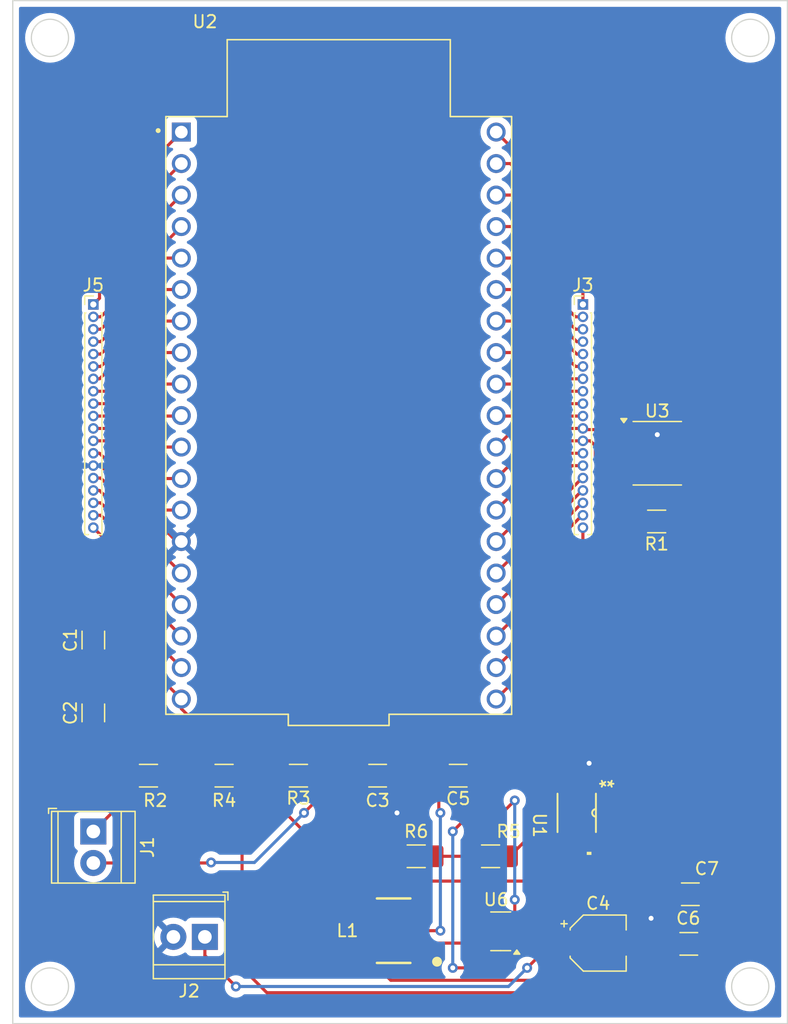
<source format=kicad_pcb>
(kicad_pcb (version 20240108) (generator "pcbnew") (generator_version "8.0")
  (layers (0 "F.Cu" signal) (31 "B.Cu" signal) (34 "B.Paste" user) (35 "F.Paste" user) (36 "B.SilkS" user "B.Silkscreen") (37 "F.SilkS" user "F.Silkscreen") (38 "B.Mask" user) (39 "F.Mask" user) (44 "Edge.Cuts" user))
  (net 0 "")
  (net 1 "/Microcontroller/BUCK_5V")
  (net 2 "GND")
  (net 3 "/Microcontroller/CANH")
  (net 4 "/Microcontroller/CANL")
  (net 5 "Net-(U6-BST)")
  (net 6 "Net-(U6-SW)")
  (net 7 "/Microcontroller/12V_IN")
  (net 8 "Net-(U3-CANH)")
  (net 9 "Net-(U3-CANL)")
  (net 10 "Net-(U6-FB)")
  (net 11 "+5V")
  (net 13 "SDA")
  (net 14 "+5VD")
  (net 15 "SCL")
  (net 16 "Net-(J5-Pin_11)")
  (net 17 "Net-(J3-Pin_19)")
  (net 18 "Net-(J3-Pin_11)")
  (net 19 "Net-(J5-Pin_2)")
  (net 20 "Net-(J3-Pin_17)")
  (net 21 "Net-(J5-Pin_4)")
  (net 22 "Net-(J5-Pin_13)")
  (net 23 "Net-(J3-Pin_1)")
  (net 24 "Net-(J3-Pin_15)")
  (net 25 "Net-(J3-Pin_10)")
  (net 26 "Net-(J5-Pin_3)")
  (net 27 "Net-(J3-Pin_13)")
  (net 28 "Net-(J3-Pin_2)")
  (net 29 "Net-(J5-Pin_18)")
  (net 30 "Net-(J3-Pin_7)")
  (net 31 "Net-(J3-Pin_14)")
  (net 32 "Net-(J5-Pin_6)")
  (net 33 "Net-(J3-Pin_3)")
  (net 34 "Net-(J3-Pin_16)")
  (net 35 "Net-(J3-Pin_12)")
  (net 36 "Net-(J3-Pin_8)")
  (net 37 "Net-(J3-Pin_18)")
  (net 38 "Net-(J5-Pin_12)")
  (net 39 "Net-(J5-Pin_15)")
  (net 40 "Net-(J5-Pin_10)")
  (net 41 "Net-(J3-Pin_4)")
  (net 42 "Net-(J5-Pin_7)")
  (net 43 "Net-(J5-Pin_8)")
  (net 44 "Net-(J5-Pin_17)")
  (net 45 "Net-(J5-Pin_1)")
  (net 46 "Net-(J5-Pin_5)")
  (net 47 "Net-(J5-Pin_9)")
  (net 48 "Net-(J3-Pin_9)")
  (net 49 "Net-(J5-Pin_16)")
  (net 50 "Net-(J3-Pin_5)")
  (net 51 "Net-(J3-Pin_6)")
  (net 53 "/Power_Supply/12V_IN")
  (footprint "Capacitor_SMD:C_1206_3216Metric_Pad1.33x1.80mm_HandSolder" (layer "F.Cu") (at 99.4375 111.5 180)
    (property "Reference" "C5" (at 0 -1.85 0) (layer "F.SilkS"))
    (property "Value" "0.1u")
    (pad "1" smd roundrect (at -1.5625 0 180) (size 1.325 1.8) (layers "F.Cu" "F.Paste" "F.Mask") (roundrect_rratio 0.188679) (net 5 "Net-(U6-BST)"))
    (pad "2" smd roundrect (at 1.5625 0 180) (size 1.325 1.8) (layers "F.Cu" "F.Paste" "F.Mask") (roundrect_rratio 0.188679) (net 6 "Net-(U6-SW)"))
  )
  (footprint "Resistor_SMD:R_1206_3216Metric_Pad1.30x1.75mm_HandSolder" (layer "F.Cu") (at 86.55 111.5 180)
    (property "Reference" "R3" (at 0 -1.82 0) (layer "F.SilkS"))
    (property "Value" "0")
    (pad "1" smd roundrect (at -1.55 0 180) (size 1.3 1.75) (layers "F.Cu" "F.Paste" "F.Mask") (roundrect_rratio 0.192308) (net 4 "/Microcontroller/CANL"))
    (pad "2" smd roundrect (at 1.55 0 180) (size 1.3 1.75) (layers "F.Cu" "F.Paste" "F.Mask") (roundrect_rratio 0.192308) (net 9 "Net-(U3-CANL)"))
  )
  (footprint "Capacitor_SMD:C_1206_3216Metric_Pad1.33x1.80mm_HandSolder" (layer "F.Cu") (at 92.9375 111.5)
    (property "Reference" "C3" (at 0 2 0) (layer "F.SilkS"))
    (property "Value" "30p")
    (pad "1" smd roundrect (at -1.5625 0) (size 1.325 1.8) (layers "F.Cu" "F.Paste" "F.Mask") (roundrect_rratio 0.188679) (net 4 "/Microcontroller/CANL"))
    (pad "2" smd roundrect (at 1.5625 0) (size 1.325 1.8) (layers "F.Cu" "F.Paste" "F.Mask") (roundrect_rratio 0.188679) (net 2 "GND"))
  )
  (footprint "TerminalBlock_TE-Connectivity:TerminalBlock_TE_282834-2_1x02_P2.54mm_Horizontal" (layer "F.Cu") (at 79 124.5 180)
    (property "Reference" "J2" (at 1.27 -4.37 0) (layer "F.SilkS"))
    (property "Value" "Conn_01x02")
    (pad "1" thru_hole rect (at 0 0 180) (size 2.1 2.1) (drill 1.1) (layers "*.Cu" "*.Mask") (net 53 "/Power_Supply/12V_IN"))
    (pad "2" thru_hole circle (at 2.54 0 180) (size 2.1 2.1) (drill 1.1) (layers "*.Cu" "*.Mask") (net 2 "GND"))
  )
  (footprint "Capacitor_SMD:CP_Elec_4x5.4" (layer "F.Cu") (at 110.73 125)
    (property "Reference" "C4" (at 0 -3.2 0) (layer "F.SilkS"))
    (property "Value" "2.2u")
    (pad "1" smd roundrect (at -1.8 0) (size 2.6 1.6) (layers "F.Cu" "F.Paste" "F.Mask") (roundrect_rratio 0.15625) (net 53 "/Power_Supply/12V_IN"))
    (pad "2" smd roundrect (at 1.8 0) (size 2.6 1.6) (layers "F.Cu" "F.Paste" "F.Mask") (roundrect_rratio 0.15625) (net 2 "GND"))
  )
  (footprint "Capacitor_SMD:C_1206_3216Metric_Pad1.33x1.80mm_HandSolder" (layer "F.Cu") (at 118.1675 121.0625 180)
    (property "Reference" "C7" (at -1.3325 2.0625 0) (layer "F.SilkS"))
    (property "Value" "10u")
    (pad "1" smd roundrect (at -1.5625 0 180) (size 1.325 1.8) (layers "F.Cu" "F.Paste" "F.Mask") (roundrect_rratio 0.188679) (net 1 "/Microcontroller/BUCK_5V"))
    (pad "2" smd roundrect (at 1.5625 0 180) (size 1.325 1.8) (layers "F.Cu" "F.Paste" "F.Mask") (roundrect_rratio 0.188679) (net 2 "GND"))
  )
  (footprint "Capacitor_SMD:C_1206_3216Metric_Pad1.33x1.80mm_HandSolder" (layer "F.Cu") (at 118.0425 125.0625 180)
    (property "Reference" "C6" (at 0.0425 2.0625 0) (layer "F.SilkS"))
    (property "Value" "10u")
    (pad "1" smd roundrect (at -1.5625 0 180) (size 1.325 1.8) (layers "F.Cu" "F.Paste" "F.Mask") (roundrect_rratio 0.188679) (net 1 "/Microcontroller/BUCK_5V"))
    (pad "2" smd roundrect (at 1.5625 0 180) (size 1.325 1.8) (layers "F.Cu" "F.Paste" "F.Mask") (roundrect_rratio 0.188679) (net 2 "GND"))
  )
  (footprint "TerminalBlock_TE-Connectivity:TerminalBlock_TE_282834-2_1x02_P2.54mm_Horizontal" (layer "F.Cu") (at 70 116 -90)
    (property "Reference" "J1" (at 1.27 -4.37 90) (layer "F.SilkS"))
    (property "Value" "Conn_01x02_Pin")
    (pad "1" thru_hole rect (at 0 0 270) (size 2.1 2.1) (drill 1.1) (layers "*.Cu" "*.Mask") (net 3 "/Microcontroller/CANH"))
    (pad "2" thru_hole circle (at 2.54 0 270) (size 2.1 2.1) (drill 1.1) (layers "*.Cu" "*.Mask") (net 4 "/Microcontroller/CANL"))
  )
  (footprint "Resistor_SMD:R_1206_3216Metric_Pad1.30x1.75mm_HandSolder" (layer "F.Cu") (at 74.45 111.5)
    (property "Reference" "R2" (at 0.55 2 0) (layer "F.SilkS"))
    (property "Value" "0")
    (pad "1" smd roundrect (at -1.55 0) (size 1.3 1.75) (layers "F.Cu" "F.Paste" "F.Mask") (roundrect_rratio 0.192308) (net 3 "/Microcontroller/CANH"))
    (pad "2" smd roundrect (at 1.55 0) (size 1.3 1.75) (layers "F.Cu" "F.Paste" "F.Mask") (roundrect_rratio 0.192308) (net 8 "Net-(U3-CANH)"))
  )
  (footprint "PROVE:DGS10" (layer "F.Cu") (at 109 114.5 -90)
    (property "Reference" "U1" (at 1 3 -90) (layer "F.SilkS"))
    (property "Value" "INA220 Current Monitor")
    (fp_text user "*" (at -2.3495 -2.4224 -90) (layer "F.SilkS"))
    (fp_text user "*" (at -2.3495 -2.4224 90) (layer "F.SilkS"))
    (pad "1" smd rect (at -2.0955 -1.000001 270) (size 1.5748 0.2794) (layers "F.Cu" "F.Paste" "F.Mask") (net 2 "GND"))
    (pad "2" smd rect (at -2.0955 -0.499999 270) (size 1.5748 0.2794) (layers "F.Cu" "F.Paste" "F.Mask") (net 2 "GND"))
    (pad "3" smd rect (at -2.0955 0 270) (size 1.5748 0.2794) (layers "F.Cu" "F.Paste" "F.Mask"))
    (pad "4" smd rect (at -2.0955 0.499999 270) (size 1.5748 0.2794) (layers "F.Cu" "F.Paste" "F.Mask") (net 13 "SDA"))
    (pad "5" smd rect (at -2.0955 1.000001 270) (size 1.5748 0.2794) (layers "F.Cu" "F.Paste" "F.Mask") (net 15 "SCL"))
    (pad "6" smd rect (at 2.0955 1.000001 270) (size 1.5748 0.2794) (layers "F.Cu" "F.Paste" "F.Mask") (net 11 "+5V"))
    (pad "7" smd rect (at 2.0955 0.499999 270) (size 1.5748 0.2794) (layers "F.Cu" "F.Paste" "F.Mask") (net 2 "GND"))
    (pad "8" smd rect (at 2.0955 0 270) (size 1.5748 0.2794) (layers "F.Cu" "F.Paste" "F.Mask") (net 11 "+5V"))
    (pad "9" smd rect (at 2.0955 -0.499999 270) (size 1.5748 0.2794) (layers "F.Cu" "F.Paste" "F.Mask") (net 14 "+5VD"))
    (pad "10" smd rect (at 2.0955 -1.000001 270) (size 1.5748 0.2794) (layers "F.Cu" "F.Paste" "F.Mask") (net 11 "+5V"))
  )
  (footprint "Resistor_SMD:R_1206_3216Metric_Pad1.30x1.75mm_HandSolder" (layer "F.Cu") (at 102.05 118 180)
    (property "Reference" "R5" (at -1.45 2 0) (layer "F.SilkS"))
    (property "Value" "115k")
    (pad "1" smd roundrect (at -1.55 0 180) (size 1.3 1.75) (layers "F.Cu" "F.Paste" "F.Mask") (roundrect_rratio 0.192308) (net 11 "+5V"))
    (pad "2" smd roundrect (at 1.55 0 180) (size 1.3 1.75) (layers "F.Cu" "F.Paste" "F.Mask") (roundrect_rratio 0.192308) (net 10 "Net-(U6-FB)"))
  )
  (footprint "Capacitor_SMD:C_1206_3216Metric_Pad1.33x1.80mm_HandSolder" (layer "F.Cu") (at 70 100.5625 90)
    (property "Reference" "C1" (at 0 -1.85 90) (layer "F.SilkS"))
    (property "Value" "0.1u")
    (pad "1" smd roundrect (at -1.5625 0 90) (size 1.325 1.8) (layers "F.Cu" "F.Paste" "F.Mask") (roundrect_rratio 0.188679) (net 2 "GND"))
    (pad "2" smd roundrect (at 1.5625 0 90) (size 1.325 1.8) (layers "F.Cu" "F.Paste" "F.Mask") (roundrect_rratio 0.188679) (net 14 "+5VD"))
  )
  (footprint "Resistor_SMD:R_1206_3216Metric_Pad1.30x1.75mm_HandSolder" (layer "F.Cu") (at 80.55 111.5)
    (property "Reference" "R4" (at 0 2 0) (layer "F.SilkS"))
    (property "Value" "120")
    (pad "1" smd roundrect (at -1.55 0) (size 1.3 1.75) (layers "F.Cu" "F.Paste" "F.Mask") (roundrect_rratio 0.192308) (net 8 "Net-(U3-CANH)"))
    (pad "2" smd roundrect (at 1.55 0) (size 1.3 1.75) (layers "F.Cu" "F.Paste" "F.Mask") (roundrect_rratio 0.192308) (net 9 "Net-(U3-CANL)"))
  )
  (footprint "Capacitor_SMD:C_1206_3216Metric_Pad1.33x1.80mm_HandSolder" (layer "F.Cu") (at 70 106.4375 90)
    (property "Reference" "C2" (at 0 -1.85 90) (layer "F.SilkS"))
    (property "Value" "30p")
    (pad "1" smd roundrect (at -1.5625 0 90) (size 1.325 1.8) (layers "F.Cu" "F.Paste" "F.Mask") (roundrect_rratio 0.188679) (net 3 "/Microcontroller/CANH"))
    (pad "2" smd roundrect (at 1.5625 0 90) (size 1.325 1.8) (layers "F.Cu" "F.Paste" "F.Mask") (roundrect_rratio 0.188679) (net 2 "GND"))
  )
  (footprint "Resistor_SMD:R_1206_3216Metric_Pad1.30x1.75mm_HandSolder" (layer "F.Cu") (at 96.05 118 180)
    (property "Reference" "R6" (at 0 2 0) (layer "F.SilkS"))
    (property "Value" "22.1k")
    (pad "1" smd roundrect (at -1.55 0 180) (size 1.3 1.75) (layers "F.Cu" "F.Paste" "F.Mask") (roundrect_rratio 0.192308) (net 10 "Net-(U6-FB)"))
    (pad "2" smd roundrect (at 1.55 0 180) (size 1.3 1.75) (layers "F.Cu" "F.Paste" "F.Mask") (roundrect_rratio 0.192308) (net 2 "GND"))
  )
  (footprint "Resistor_SMD:R_1206_3216Metric_Pad1.30x1.75mm_HandSolder" (layer "F.Cu") (at 115.45 91 180)
    (property "Reference" "R1" (at 0 -1.82 0) (layer "F.SilkS"))
    (property "Value" "30m" (hide yes))
    (pad "1" smd roundrect (at -1.55 0 180) (size 1.3 1.75) (layers "F.Cu" "F.Paste" "F.Mask") (roundrect_rratio 0.192308) (net 11 "+5V"))
    (pad "2" smd roundrect (at 1.55 0 180) (size 1.3 1.75) (layers "F.Cu" "F.Paste" "F.Mask") (roundrect_rratio 0.192308) (net 14 "+5VD"))
  )
  (footprint "Package_TO_SOT_SMD:TSOT-23-6" (layer "F.Cu") (at 102.8675 124.05 180)
    (property "Reference" "U6" (at 0.3675 2.55 0) (layer "F.SilkS"))
    (property "Value" "AP64060WU-7")
    (pad "1" smd roundrect (at -1.1375 -0.95 180) (size 1.325 0.6) (layers "F.Cu" "F.Paste" "F.Mask") (net 5 "Net-(U6-BST)"))
    (pad "2" smd roundrect (at -1.1375 0 180) (size 1.325 0.6) (layers "F.Cu" "F.Paste" "F.Mask") (net 2 "GND"))
    (pad "3" smd roundrect (at -1.1375 0.95 180) (size 1.325 0.6) (layers "F.Cu" "F.Paste" "F.Mask") (net 10 "Net-(U6-FB)"))
    (pad "4" smd roundrect (at 1.1375 0.95 180) (size 1.325 0.6) (layers "F.Cu" "F.Paste" "F.Mask"))
    (pad "5" smd roundrect (at 1.1375 0 180) (size 1.325 0.6) (layers "F.Cu" "F.Paste" "F.Mask") (net 7 "/Microcontroller/12V_IN"))
    (pad "6" smd roundrect (at 1.1375 -0.95 180) (size 1.325 0.6) (layers "F.Cu" "F.Paste" "F.Mask") (net 6 "Net-(U6-SW)"))
  )
  (footprint "PROVE:WE-LQS_5040" (layer "F.Cu") (at 94.23 124)
    (property "Reference" "L1" (at -3.73 0 0) (layer "F.SilkS"))
    (property "Value" "10u")
    (pad "1" smd rect (at 1.925 0) (size 1.55 4.5) (layers "F.Cu" "F.Paste" "F.Mask") (net 6 "Net-(U6-SW)"))
    (pad "2" smd rect (at -1.925 0) (size 1.55 4.5) (layers "F.Cu" "F.Paste" "F.Mask") (net 1 "/Microcontroller/BUCK_5V"))
  )
  (footprint "PROVE:MODULE_ESP32-DEVKITC" (layer "F.Cu") (at 89.8 82.45)
    (property "Reference" "U2" (at -10.795 -31.75 0) (layer "F.SilkS"))
    (property "Value" "ESP32-DEVKIT-C")
    (pad "1" thru_hole rect (at -12.7 -22.85) (size 1.53 1.53) (drill 1.02) (layers "*.Cu" "*.Mask") (net 45 "Net-(J5-Pin_1)"))
    (pad "2" thru_hole circle (at -12.7 -20.31) (size 1.53 1.53) (drill 1.02) (layers "*.Cu" "*.Mask") (net 19 "Net-(J5-Pin_2)"))
    (pad "3" thru_hole circle (at -12.7 -17.77) (size 1.53 1.53) (drill 1.02) (layers "*.Cu" "*.Mask") (net 26 "Net-(J5-Pin_3)"))
    (pad "4" thru_hole circle (at -12.7 -15.23) (size 1.53 1.53) (drill 1.02) (layers "*.Cu" "*.Mask") (net 21 "Net-(J5-Pin_4)"))
    (pad "5" thru_hole circle (at -12.7 -12.69) (size 1.53 1.53) (drill 1.02) (layers "*.Cu" "*.Mask") (net 46 "Net-(J5-Pin_5)"))
    (pad "6" thru_hole circle (at -12.7 -10.15) (size 1.53 1.53) (drill 1.02) (layers "*.Cu" "*.Mask") (net 32 "Net-(J5-Pin_6)"))
    (pad "7" thru_hole circle (at -12.7 -7.61) (size 1.53 1.53) (drill 1.02) (layers "*.Cu" "*.Mask") (net 42 "Net-(J5-Pin_7)"))
    (pad "8" thru_hole circle (at -12.7 -5.07) (size 1.53 1.53) (drill 1.02) (layers "*.Cu" "*.Mask") (net 43 "Net-(J5-Pin_8)"))
    (pad "9" thru_hole circle (at -12.7 -2.53) (size 1.53 1.53) (drill 1.02) (layers "*.Cu" "*.Mask") (net 47 "Net-(J5-Pin_9)"))
    (pad "10" thru_hole circle (at -12.7 0.01) (size 1.53 1.53) (drill 1.02) (layers "*.Cu" "*.Mask") (net 40 "Net-(J5-Pin_10)"))
    (pad "11" thru_hole circle (at -12.7 2.55) (size 1.53 1.53) (drill 1.02) (layers "*.Cu" "*.Mask") (net 16 "Net-(J5-Pin_11)"))
    (pad "12" thru_hole circle (at -12.7 5.09) (size 1.53 1.53) (drill 1.02) (layers "*.Cu" "*.Mask") (net 38 "Net-(J5-Pin_12)"))
    (pad "13" thru_hole circle (at -12.7 7.63) (size 1.53 1.53) (drill 1.02) (layers "*.Cu" "*.Mask") (net 22 "Net-(J5-Pin_13)"))
    (pad "14" thru_hole circle (at -12.7 10.17) (size 1.53 1.53) (drill 1.02) (layers "*.Cu" "*.Mask") (net 2 "GND"))
    (pad "15" thru_hole circle (at -12.7 12.71) (size 1.53 1.53) (drill 1.02) (layers "*.Cu" "*.Mask") (net 39 "Net-(J5-Pin_15)"))
    (pad "16" thru_hole circle (at -12.7 15.25) (size 1.53 1.53) (drill 1.02) (layers "*.Cu" "*.Mask") (net 49 "Net-(J5-Pin_16)"))
    (pad "17" thru_hole circle (at -12.7 17.79) (size 1.53 1.53) (drill 1.02) (layers "*.Cu" "*.Mask") (net 44 "Net-(J5-Pin_17)"))
    (pad "18" thru_hole circle (at -12.7 20.33) (size 1.53 1.53) (drill 1.02) (layers "*.Cu" "*.Mask") (net 29 "Net-(J5-Pin_18)"))
    (pad "19" thru_hole circle (at -12.7 22.87) (size 1.53 1.53) (drill 1.02) (layers "*.Cu" "*.Mask") (net 14 "+5VD"))
    (pad "20" thru_hole circle (at 12.7 22.87) (size 1.53 1.53) (drill 1.02) (layers "*.Cu" "*.Mask") (net 17 "Net-(J3-Pin_19)"))
    (pad "21" thru_hole circle (at 12.7 20.33) (size 1.53 1.53) (drill 1.02) (layers "*.Cu" "*.Mask") (net 37 "Net-(J3-Pin_18)"))
    (pad "22" thru_hole circle (at 12.7 17.79) (size 1.53 1.53) (drill 1.02) (layers "*.Cu" "*.Mask") (net 20 "Net-(J3-Pin_17)"))
    (pad "23" thru_hole circle (at 12.7 15.25) (size 1.53 1.53) (drill 1.02) (layers "*.Cu" "*.Mask") (net 34 "Net-(J3-Pin_16)"))
    (pad "24" thru_hole circle (at 12.7 12.71) (size 1.53 1.53) (drill 1.02) (layers "*.Cu" "*.Mask") (net 24 "Net-(J3-Pin_15)"))
    (pad "25" thru_hole circle (at 12.7 10.17) (size 1.53 1.53) (drill 1.02) (layers "*.Cu" "*.Mask") (net 31 "Net-(J3-Pin_14)"))
    (pad "26" thru_hole circle (at 12.7 7.63) (size 1.53 1.53) (drill 1.02) (layers "*.Cu" "*.Mask") (net 27 "Net-(J3-Pin_13)"))
    (pad "27" thru_hole circle (at 12.7 5.09) (size 1.53 1.53) (drill 1.02) (layers "*.Cu" "*.Mask") (net 35 "Net-(J3-Pin_12)"))
    (pad "28" thru_hole circle (at 12.7 2.55) (size 1.53 1.53) (drill 1.02) (layers "*.Cu" "*.Mask") (net 18 "Net-(J3-Pin_11)"))
    (pad "29" thru_hole circle (at 12.7 0.01) (size 1.53 1.53) (drill 1.02) (layers "*.Cu" "*.Mask") (net 25 "Net-(J3-Pin_10)"))
    (pad "30" thru_hole circle (at 12.7 -2.53) (size 1.53 1.53) (drill 1.02) (layers "*.Cu" "*.Mask") (net 48 "Net-(J3-Pin_9)"))
    (pad "31" thru_hole circle (at 12.7 -5.07) (size 1.53 1.53) (drill 1.02) (layers "*.Cu" "*.Mask") (net 36 "Net-(J3-Pin_8)"))
    (pad "32" thru_hole circle (at 12.7 -7.61) (size 1.53 1.53) (drill 1.02) (layers "*.Cu" "*.Mask") (net 30 "Net-(J3-Pin_7)"))
    (pad "33" thru_hole circle (at 12.7 -10.15) (size 1.53 1.53) (drill 1.02) (layers "*.Cu" "*.Mask") (net 51 "Net-(J3-Pin_6)"))
    (pad "34" thru_hole circle (at 12.7 -12.69) (size 1.53 1.53) (drill 1.02) (layers "*.Cu" "*.Mask") (net 50 "Net-(J3-Pin_5)"))
    (pad "35" thru_hole circle (at 12.7 -15.23) (size 1.53 1.53) (drill 1.02) (layers "*.Cu" "*.Mask") (net 41 "Net-(J3-Pin_4)"))
    (pad "36" thru_hole circle (at 12.7 -17.77) (size 1.53 1.53) (drill 1.02) (layers "*.Cu" "*.Mask") (net 33 "Net-(J3-Pin_3)"))
    (pad "37" thru_hole circle (at 12.7 -20.31) (size 1.53 1.53) (drill 1.02) (layers "*.Cu" "*.Mask") (net 28 "Net-(J3-Pin_2)"))
    (pad "38" thru_hole circle (at 12.7 -22.85) (size 1.53 1.53) (drill 1.02) (layers "*.Cu" "*.Mask") (net 23 "Net-(J3-Pin_1)"))
  )
  (footprint "Connector_PinHeader_1.00mm:PinHeader_1x19_P1.00mm_Vertical" (layer "F.Cu") (at 70 73.5)
    (property "Reference" "J5" (at 0 -1.56 0) (layer "F.SilkS"))
    (property "Value" "Conn_01x19_Socket")
    (pad "1" thru_hole rect (at 0 0) (size 0.85 0.85) (drill 0.5) (layers "*.Cu" "*.Mask") (net 45 "Net-(J5-Pin_1)"))
    (pad "2" thru_hole oval (at 0 1) (size 0.85 0.85) (drill 0.5) (layers "*.Cu" "*.Mask") (net 19 "Net-(J5-Pin_2)"))
    (pad "3" thru_hole oval (at 0 2) (size 0.85 0.85) (drill 0.5) (layers "*.Cu" "*.Mask") (net 26 "Net-(J5-Pin_3)"))
    (pad "4" thru_hole oval (at 0 3) (size 0.85 0.85) (drill 0.5) (layers "*.Cu" "*.Mask") (net 21 "Net-(J5-Pin_4)"))
    (pad "5" thru_hole oval (at 0 4) (size 0.85 0.85) (drill 0.5) (layers "*.Cu" "*.Mask") (net 46 "Net-(J5-Pin_5)"))
    (pad "6" thru_hole oval (at 0 5) (size 0.85 0.85) (drill 0.5) (layers "*.Cu" "*.Mask") (net 32 "Net-(J5-Pin_6)"))
    (pad "7" thru_hole oval (at 0 6) (size 0.85 0.85) (drill 0.5) (layers "*.Cu" "*.Mask") (net 42 "Net-(J5-Pin_7)"))
    (pad "8" thru_hole oval (at 0 7) (size 0.85 0.85) (drill 0.5) (layers "*.Cu" "*.Mask") (net 43 "Net-(J5-Pin_8)"))
    (pad "9" thru_hole oval (at 0 8) (size 0.85 0.85) (drill 0.5) (layers "*.Cu" "*.Mask") (net 47 "Net-(J5-Pin_9)"))
    (pad "10" thru_hole oval (at 0 9) (size 0.85 0.85) (drill 0.5) (layers "*.Cu" "*.Mask") (net 40 "Net-(J5-Pin_10)"))
    (pad "11" thru_hole oval (at 0 10) (size 0.85 0.85) (drill 0.5) (layers "*.Cu" "*.Mask") (net 16 "Net-(J5-Pin_11)"))
    (pad "12" thru_hole oval (at 0 11) (size 0.85 0.85) (drill 0.5) (layers "*.Cu" "*.Mask") (net 38 "Net-(J5-Pin_12)"))
    (pad "13" thru_hole oval (at 0 12) (size 0.85 0.85) (drill 0.5) (layers "*.Cu" "*.Mask") (net 22 "Net-(J5-Pin_13)"))
    (pad "14" thru_hole oval (at 0 13) (size 0.85 0.85) (drill 0.5) (layers "*.Cu" "*.Mask") (net 2 "GND"))
    (pad "15" thru_hole oval (at 0 14) (size 0.85 0.85) (drill 0.5) (layers "*.Cu" "*.Mask") (net 39 "Net-(J5-Pin_15)"))
    (pad "16" thru_hole oval (at 0 15) (size 0.85 0.85) (drill 0.5) (layers "*.Cu" "*.Mask") (net 49 "Net-(J5-Pin_16)"))
    (pad "17" thru_hole oval (at 0 16) (size 0.85 0.85) (drill 0.5) (layers "*.Cu" "*.Mask") (net 44 "Net-(J5-Pin_17)"))
    (pad "18" thru_hole oval (at 0 17) (size 0.85 0.85) (drill 0.5) (layers "*.Cu" "*.Mask") (net 29 "Net-(J5-Pin_18)"))
    (pad "19" thru_hole oval (at 0 18) (size 0.85 0.85) (drill 0.5) (layers "*.Cu" "*.Mask") (net 14 "+5VD"))
  )
  (footprint "Connector_PinHeader_1.00mm:PinHeader_1x19_P1.00mm_Vertical" (layer "F.Cu") (at 109.5 73.5)
    (property "Reference" "J3" (at 0 -1.56 0) (layer "F.SilkS"))
    (property "Value" "Conn_01x19_Socket")
    (pad "1" thru_hole rect (at 0 0) (size 0.85 0.85) (drill 0.5) (layers "*.Cu" "*.Mask") (net 23 "Net-(J3-Pin_1)"))
    (pad "2" thru_hole oval (at 0 1) (size 0.85 0.85) (drill 0.5) (layers "*.Cu" "*.Mask") (net 28 "Net-(J3-Pin_2)"))
    (pad "3" thru_hole oval (at 0 2) (size 0.85 0.85) (drill 0.5) (layers "*.Cu" "*.Mask") (net 33 "Net-(J3-Pin_3)"))
    (pad "4" thru_hole oval (at 0 3) (size 0.85 0.85) (drill 0.5) (layers "*.Cu" "*.Mask") (net 41 "Net-(J3-Pin_4)"))
    (pad "5" thru_hole oval (at 0 4) (size 0.85 0.85) (drill 0.5) (layers "*.Cu" "*.Mask") (net 50 "Net-(J3-Pin_5)"))
    (pad "6" thru_hole oval (at 0 5) (size 0.85 0.85) (drill 0.5) (layers "*.Cu" "*.Mask") (net 51 "Net-(J3-Pin_6)"))
    (pad "7" thru_hole oval (at 0 6) (size 0.85 0.85) (drill 0.5) (layers "*.Cu" "*.Mask") (net 30 "Net-(J3-Pin_7)"))
    (pad "8" thru_hole oval (at 0 7) (size 0.85 0.85) (drill 0.5) (layers "*.Cu" "*.Mask") (net 36 "Net-(J3-Pin_8)"))
    (pad "9" thru_hole oval (at 0 8) (size 0.85 0.85) (drill 0.5) (layers "*.Cu" "*.Mask") (net 48 "Net-(J3-Pin_9)"))
    (pad "10" thru_hole oval (at 0 9) (size 0.85 0.85) (drill 0.5) (layers "*.Cu" "*.Mask") (net 25 "Net-(J3-Pin_10)"))
    (pad "11" thru_hole oval (at 0 10) (size 0.85 0.85) (drill 0.5) (layers "*.Cu" "*.Mask") (net 18 "Net-(J3-Pin_11)"))
    (pad "12" thru_hole oval (at 0 11) (size 0.85 0.85) (drill 0.5) (layers "*.Cu" "*.Mask") (net 35 "Net-(J3-Pin_12)"))
    (pad "13" thru_hole oval (at 0 12) (size 0.85 0.85) (drill 0.5) (layers "*.Cu" "*.Mask") (net 27 "Net-(J3-Pin_13)"))
    (pad "14" thru_hole oval (at 0 13) (size 0.85 0.85) (drill 0.5) (layers "*.Cu" "*.Mask") (net 31 "Net-(J3-Pin_14)"))
    (pad "15" thru_hole oval (at 0 14) (size 0.85 0.85) (drill 0.5) (layers "*.Cu" "*.Mask") (net 24 "Net-(J3-Pin_15)"))
    (pad "16" thru_hole oval (at 0 15) (size 0.85 0.85) (drill 0.5) (layers "*.Cu" "*.Mask") (net 34 "Net-(J3-Pin_16)"))
    (pad "17" thru_hole oval (at 0 16) (size 0.85 0.85) (drill 0.5) (layers "*.Cu" "*.Mask") (net 20 "Net-(J3-Pin_17)"))
    (pad "18" thru_hole oval (at 0 17) (size 0.85 0.85) (drill 0.5) (layers "*.Cu" "*.Mask") (net 37 "Net-(J3-Pin_18)"))
    (pad "19" thru_hole oval (at 0 18) (size 0.85 0.85) (drill 0.5) (layers "*.Cu" "*.Mask") (net 17 "Net-(J3-Pin_19)"))
  )
  (footprint "Package_SO:SOIC-8_3.9x4.9mm_P1.27mm" (layer "F.Cu") (at 115.5 85.5)
    (property "Reference" "U3" (at 0 -3.4 0) (layer "F.SilkS"))
    (property "Value" "TJA1050T/CM,118")
    (pad "1" smd roundrect (at -2.475 -1.905) (size 1.95 0.6) (layers "F.Cu" "F.Paste" "F.Mask") (net 18 "Net-(J3-Pin_11)"))
    (pad "2" smd roundrect (at -2.475 -0.635) (size 1.95 0.6) (layers "F.Cu" "F.Paste" "F.Mask") (net 2 "GND"))
    (pad "3" smd roundrect (at -2.475 0.635) (size 1.95 0.6) (layers "F.Cu" "F.Paste" "F.Mask") (net 14 "+5VD"))
    (pad "4" smd roundrect (at -2.475 1.905) (size 1.95 0.6) (layers "F.Cu" "F.Paste" "F.Mask") (net 35 "Net-(J3-Pin_12)"))
    (pad "5" smd roundrect (at 2.475 1.905) (size 1.95 0.6) (layers "F.Cu" "F.Paste" "F.Mask"))
    (pad "6" smd roundrect (at 2.475 0.635) (size 1.95 0.6) (layers "F.Cu" "F.Paste" "F.Mask") (net 9 "Net-(U3-CANL)"))
    (pad "7" smd roundrect (at 2.475 -0.635) (size 1.95 0.6) (layers "F.Cu" "F.Paste" "F.Mask") (net 8 "Net-(U3-CANH)"))
    (pad "8" smd roundrect (at 2.475 -1.905) (size 1.95 0.6) (layers "F.Cu" "F.Paste" "F.Mask") (net 2 "GND"))
  )
  (gr_circle (center 123 128.5) (end 124.5 128.5) (stroke (width 0.1)) (fill none) (layer "Edge.Cuts"))
  (gr_circle (center 66.5 128.5) (end 68 128.5) (stroke (width 0.1)) (fill none) (layer "Edge.Cuts"))
  (gr_rect (start 63.5 49) (end 126 131.5) (stroke (width 0.1)) (fill none) (layer "Edge.Cuts"))
  (gr_circle (center 66.5 52) (end 68 52) (stroke (width 0.1)) (fill none) (layer "Edge.Cuts"))
  (gr_circle (center 123 52) (end 124.5 52) (stroke (width 0.1)) (fill none) (layer "Edge.Cuts"))
  (segment (start 113.5 128) (end 94 128) (width 0.25) (layer "F.Cu") (net 1))
  (segment (start 93.5 127.5) (end 93.5 125.195) (width 0.25) (layer "F.Cu") (net 1))
  (segment (start 93.5 125.195) (end 92.305 124) (width 0.25) (layer "F.Cu") (net 1))
  (segment (start 94 128) (end 93.5 127.5) (width 0.25) (layer "F.Cu") (net 1))
  (segment (start 114 127.5) (end 113.5 128) (width 0.25) (layer "F.Cu") (net 1))
  (segment (start 119.605 126.395) (end 118.5 127.5) (width 0.25) (layer "F.Cu") (net 1))
  (segment (start 119.73 121.0625) (end 119.73 124.9375) (width 0.25) (layer "F.Cu") (net 1))
  (segment (start 118.5 127.5) (end 114 127.5) (width 0.25) (layer "F.Cu") (net 1))
  (segment (start 119.605 125.0625) (end 119.605 126.395) (width 0.25) (layer "F.Cu") (net 1))
  (segment (start 119.73 124.9375) (end 119.605 125.0625) (width 0.25) (layer "F.Cu") (net 1))
  (segment (start 102.481599 109.5) (end 97.5 109.5) (width 0.25) (layer "F.Cu") (net 2))
  (segment (start 94.5 118) (end 94.5 114.5) (width 0.25) (layer "F.Cu") (net 2))
  (segment (start 109.5 120.5) (end 112.5 120.5) (width 0.25) (layer "F.Cu") (net 2))
  (segment (start 110.000001 110.500001) (end 110 110.5) (width 0.25) (layer "F.Cu") (net 2))
  (segment (start 109.499999 112.4045) (end 109.499999 111.000001) (width 0.25) (layer "F.Cu") (net 2))
  (segment (start 104.005 124.05) (end 105.95 124.05) (width 0.25) (layer "F.Cu") (net 2))
  (segment (start 114.53 123) (end 115 123) (width 0.25) (layer "F.Cu") (net 2))
  (segment (start 116.605 124.9375) (end 116.52125 125.02125) (width 0.25) (layer "F.Cu") (net 2))
  (segment (start 113.025 84.865) (end 114.635 84.865) (width 0.25) (layer "F.Cu") (net 2))
  (segment (start 105.95 124.05) (end 109.5 120.5) (width 0.25) (layer "F.Cu") (net 2))
  (segment (start 114.635 84.865) (end 115.5 84) (width 0.25) (layer "F.Cu") (net 2))
  (segment (start 96.5 110.5) (end 96.5 111) (width 0.25) (layer "F.Cu") (net 2))
  (segment (start 94.5 111.5) (end 94.5 114.5) (width 0.25) (layer "F.Cu") (net 2))
  (segment (start 109.499999 111.000001) (end 110 110.5) (width 0.25) (layer "F.Cu") (net 2))
  (segment (start 70 102.5) (end 72.375 104.875) (width 0.25) (layer "F.Cu") (net 2))
  (segment (start 72.375 104.875) (end 77 109.5) (width 0.25) (layer "F.Cu") (net 2))
  (segment (start 96.5 112.5) (end 94.5 114.5) (width 0.25) (layer "F.Cu") (net 2))
  (segment (start 97.5 109.5) (end 96.5 110.5) (width 0.25) (layer "F.Cu") (net 2))
  (segment (start 117.975 83.595) (end 115.905 83.595) (width 0.25) (layer "F.Cu") (net 2))
  (segment (start 115.905 83.595) (end 115.5 84) (width 0.25) (layer "F.Cu") (net 2))
  (segment (start 112.5 120.5) (end 115 123) (width 0.25) (layer "F.Cu") (net 2))
  (segment (start 116.48 125.0625) (end 115 123.5825) (width 0.25) (layer "F.Cu") (net 2))
  (segment (start 70 102.125) (end 70 102.5) (width 0.25) (layer "F.Cu") (net 2))
  (segment (start 77 109.5) (end 95 109.5) (width 0.25) (layer "F.Cu") (net 2))
  (segment (start 96.5 111) (end 96.5 112.5) (width 0.25) (layer "F.Cu") (net 2))
  (segment (start 70.60104 86.5) (end 76.72104 92.62) (width 0.25) (layer "F.Cu") (net 2))
  (segment (start 116.605 121.395) (end 115 123) (width 0.25) (layer "F.Cu") (net 2))
  (segment (start 116.605 121.0625) (end 116.605 121.395) (width 0.25) (layer "F.Cu") (net 2))
  (segment (start 116.52125 125.02125) (end 116.48 125.0625) (width 0.25) (layer "F.Cu") (net 2))
  (segment (start 95 109.5) (end 96.5 111) (width 0.25) (layer "F.Cu") (net 2))
  (segment (start 70 104.875) (end 72.375 104.875) (width 0.25) (layer "F.Cu") (net 2))
  (segment (start 76.72104 92.62) (end 77.1 92.62) (width 0.25) (layer "F.Cu") (net 2))
  (segment (start 115 123.5825) (end 115 123) (width 0.25) (layer "F.Cu") (net 2))
  (segment (start 70 86.5) (end 70.60104 86.5) (width 0.25) (layer "F.Cu") (net 2))
  (segment (start 108.500001 115.518402) (end 102.481599 109.5) (width 0.25) (layer "F.Cu") (net 2))
  (segment (start 112.53 125) (end 114.53 123) (width 0.25) (layer "F.Cu") (net 2))
  (segment (start 108.500001 116.5955) (end 108.500001 115.518402) (width 0.25) (layer "F.Cu") (net 2))
  (segment (start 110.000001 112.4045) (end 110.000001 110.500001) (width 0.25) (layer "F.Cu") (net 2))
  (via (at 115 123) (size 0.8) (drill 0.4) (layers "F.Cu" "B.Cu") (net 2))
  (via (at 110 110.5) (size 0.8) (drill 0.4) (layers "F.Cu" "B.Cu") (net 2))
  (via (at 115.5 84) (size 0.8) (drill 0.4) (layers "F.Cu" "B.Cu") (net 2))
  (via (at 94.5 114.5) (size 0.8) (drill 0.4) (layers "F.Cu" "B.Cu") (net 2))
  (segment (start 70 108) (end 72.9 110.9) (width 0.25) (layer "F.Cu") (net 3))
  (segment (start 72.9 110.9) (end 72.9 111.5) (width 0.25) (layer "F.Cu") (net 3))
  (segment (start 72.9 113.1) (end 70 116) (width 0.25) (layer "F.Cu") (net 3))
  (segment (start 72.9 111.5) (end 72.9 113.1) (width 0.25) (layer "F.Cu") (net 3))
  (segment (start 88.1 111.5) (end 88.1 113.4) (width 0.25) (layer "F.Cu") (net 4))
  (segment (start 70 118.54) (end 79.46 118.54) (width 0.25) (layer "F.Cu") (net 4))
  (segment (start 79.46 118.54) (end 79.5 118.5) (width 0.25) (layer "F.Cu") (net 4))
  (segment (start 88.1 113.4) (end 87 114.5) (width 0.25) (layer "F.Cu") (net 4))
  (segment (start 91.375 111.5) (end 88.1 111.5) (width 0.25) (layer "F.Cu") (net 4))
  (via (at 87 114.5) (size 0.8) (drill 0.4) (layers "F.Cu" "B.Cu") (net 4))
  (via (at 79.5 118.5) (size 0.8) (drill 0.4) (layers "F.Cu" "B.Cu") (net 4))
  (segment (start 79.5 118.5) (end 83 118.5) (width 0.25) (layer "B.Cu") (net 4))
  (segment (start 83 118.5) (end 87 114.5) (width 0.25) (layer "B.Cu") (net 4))
  (segment (start 101 111.5) (end 101 114) (width 0.25) (layer "F.Cu") (net 5))
  (segment (start 101 114) (end 99 116) (width 0.25) (layer "F.Cu") (net 5))
  (segment (start 102.005 127) (end 99 127) (width 0.25) (layer "F.Cu") (net 5))
  (segment (start 104.005 125) (end 102.005 127) (width 0.25) (layer "F.Cu") (net 5))
  (via (at 99 116) (size 0.8) (drill 0.4) (layers "F.Cu" "B.Cu") (net 5))
  (via (at 99 127) (size 0.8) (drill 0.4) (layers "F.Cu" "B.Cu") (net 5))
  (segment (start 99 116) (end 99 127) (width 0.25) (layer "B.Cu") (net 5))
  (segment (start 97.155 125) (end 96.155 124) (width 0.25) (layer "F.Cu") (net 6))
  (segment (start 101.73 125) (end 97.155 125) (width 0.25) (layer "F.Cu") (net 6))
  (segment (start 97.875 111.5) (end 97.875 114.375) (width 0.25) (layer "F.Cu") (net 6))
  (segment (start 97.875 114.375) (end 98 114.5) (width 0.25) (layer "F.Cu") (net 6))
  (segment (start 96.155 124) (end 98 124) (width 0.25) (layer "F.Cu") (net 6))
  (via (at 98 124) (size 0.8) (drill 0.4) (layers "F.Cu" "B.Cu") (net 6))
  (via (at 98 114.5) (size 0.8) (drill 0.4) (layers "F.Cu" "B.Cu") (net 6))
  (segment (start 98 124) (end 98 114.5) (width 0.25) (layer "B.Cu") (net 6))
  (segment (start 122 87) (end 119.865 84.865) (width 0.25) (layer "F.Cu") (net 8))
  (segment (start 118.5 129) (end 122 125.5) (width 0.25) (layer "F.Cu") (net 8))
  (segment (start 79 111.5) (end 79 113.5) (width 0.25) (layer "F.Cu") (net 8))
  (segment (start 82 116.5) (end 82 127) (width 0.25) (layer "F.Cu") (net 8))
  (segment (start 122 125.5) (end 122 87) (width 0.25) (layer "F.Cu") (net 8))
  (segment (start 79 111.5) (end 76 111.5) (width 0.25) (layer "F.Cu") (net 8))
  (segment (start 82 127) (end 84 129) (width 0.25) (layer "F.Cu") (net 8))
  (segment (start 119.865 84.865) (end 117.975 84.865) (width 0.25) (layer "F.Cu") (net 8))
  (segment (start 79 113.5) (end 82 116.5) (width 0.25) (layer "F.Cu") (net 8))
  (segment (start 84 129) (end 118.5 129) (width 0.25) (layer "F.Cu") (net 8))
  (segment (start 119.5 86.685001) (end 119.5 117) (width 0.25) (layer "F.Cu") (net 9))
  (segment (start 117.5 119) (end 108 119) (width 0.25) (layer "F.Cu") (net 9))
  (segment (start 118.949999 86.135) (end 119.5 86.685001) (width 0.25) (layer "F.Cu") (net 9))
  (segment (start 108 119) (end 107 120) (width 0.25) (layer "F.Cu") (net 9))
  (segment (start 117.975 86.135) (end 118.949999 86.135) (width 0.25) (layer "F.Cu") (net 9))
  (segment (start 119.5 117) (end 117.5 119) (width 0.25) (layer "F.Cu") (net 9))
  (segment (start 91 120) (end 85 114) (width 0.25) (layer "F.Cu") (net 9))
  (segment (start 85 111.5) (end 82.1 111.5) (width 0.25) (layer "F.Cu") (net 9))
  (segment (start 85 114) (end 85 111.5) (width 0.25) (layer "F.Cu") (net 9))
  (segment (start 107 120) (end 91 120) (width 0.25) (layer "F.Cu") (net 9))
  (segment (start 104.005 121.505) (end 104 121.5) (width 0.25) (layer "F.Cu") (net 10))
  (segment (start 100.5 118) (end 100.5 117) (width 0.25) (layer "F.Cu") (net 10))
  (segment (start 100.5 117) (end 104 113.5) (width 0.25) (layer "F.Cu") (net 10))
  (segment (start 97.6 118) (end 100.5 118) (width 0.25) (layer "F.Cu") (net 10))
  (segment (start 104.005 123.1) (end 104.005 121.505) (width 0.25) (layer "F.Cu") (net 10))
  (via (at 104 121.5) (size 0.8) (drill 0.4) (layers "F.Cu" "B.Cu") (net 10))
  (via (at 104 113.5) (size 0.8) (drill 0.4) (layers "F.Cu" "B.Cu") (net 10))
  (segment (start 104 113.5) (end 104 121.5) (width 0.25) (layer "B.Cu") (net 10))
  (segment (start 107.999999 116.5955) (end 105.0045 116.5955) (width 0.25) (layer "F.Cu") (net 11))
  (segment (start 109.172599 118.5) (end 108.5 118.5) (width 0.25) (layer "F.Cu") (net 11))
  (segment (start 109 118.327401) (end 109 116.5955) (width 0.25) (layer "F.Cu") (net 11))
  (segment (start 110.000001 117.672598) (end 109.172599 118.5) (width 0.25) (layer "F.Cu") (net 11))
  (segment (start 108.5 118.5) (end 107.999999 117.999999) (width 0.25) (layer "F.Cu") (net 11))
  (segment (start 117 109.595501) (end 110.000001 116.5955) (width 0.25) (layer "F.Cu") (net 11))
  (segment (start 117 91) (end 117 109.595501) (width 0.25) (layer "F.Cu") (net 11))
  (segment (start 110.000001 116.5955) (end 110.000001 117.672598) (width 0.25) (layer "F.Cu") (net 11))
  (segment (start 105.0045 116.5955) (end 103.6 118) (width 0.25) (layer "F.Cu") (net 11))
  (segment (start 109.172599 118.5) (end 109 118.327401) (width 0.25) (layer "F.Cu") (net 11))
  (segment (start 107.999999 117.999999) (end 107.999999 116.5955) (width 0.25) (layer "F.Cu") (net 11))
  (segment (start 72.5 97.5) (end 73.5 98.5) (width 0.25) (layer "F.Cu") (net 14))
  (segment (start 115 87) (end 114.135 86.135) (width 0.25) (layer "F.Cu") (net 14))
  (segment (start 72.5 94.5) (end 72.5 97.5) (width 0.25) (layer "F.Cu") (net 14))
  (segment (start 70 99) (end 70 98) (width 0.25) (layer "F.Cu") (net 14))
  (segment (start 72 93.5) (end 72 94) (width 0.25) (layer "F.Cu") (net 14))
  (segment (start 70.5 97.5) (end 72.5 97.5) (width 0.25) (layer "F.Cu") (net 14))
  (segment (start 72 94) (end 72.5 94.5) (width 0.25) (layer "F.Cu") (net 14))
  (segment (start 73.5 98.5) (end 73.5 101.72) (width 0.25) (layer "F.Cu") (net 14))
  (segment (start 109.499999 115.518402) (end 109.499999 116.5955) (width 0.25) (layer "F.Cu") (net 14))
  (segment (start 113.9 91) (end 115 89.9) (width 0.25) (layer "F.Cu") (net 14))
  (segment (start 113.9 91) (end 113.9 111.118401) (width 0.25) (layer "F.Cu") (net 14))
  (segment (start 113.9 111.118401) (end 109.499999 115.518402) (width 0.25) (layer "F.Cu") (net 14))
  (segment (start 102.481597 108.5) (end 79.5 108.5) (width 0.25) (layer "F.Cu") (net 14))
  (segment (start 79.5 108.5) (end 77.1 106.1) (width 0.25) (layer "F.Cu") (net 14))
  (segment (start 77.1 106.1) (end 77.1 105.32) (width 0.25) (layer "F.Cu") (net 14))
  (segment (start 73.5 101.72) (end 77.1 105.32) (width 0.25) (layer "F.Cu") (net 14))
  (segment (start 70 98) (end 70.5 97.5) (width 0.25) (layer "F.Cu") (net 14))
  (segment (start 109.499999 115.518402) (end 102.481597 108.5) (width 0.25) (layer "F.Cu") (net 14))
  (segment (start 70 91.5) (end 72 93.5) (width 0.25) (layer "F.Cu") (net 14))
  (segment (start 114.135 86.135) (end 113.025 86.135) (width 0.25) (layer "F.Cu") (net 14))
  (segment (start 115 89.9) (end 115 87) (width 0.25) (layer "F.Cu") (net 14))
  (segment (start 72 83.5) (end 73.5 85) (width 0.25) (layer "F.Cu") (net 16))
  (segment (start 70 83.5) (end 72 83.5) (width 0.25) (layer "F.Cu") (net 16))
  (segment (start 73.5 85) (end 77.1 85) (width 0.25) (layer "F.Cu") (net 16))
  (segment (start 109.5 98.32) (end 102.5 105.32) (width 0.25) (layer "F.Cu") (net 17))
  (segment (start 109.5 91.5) (end 109.5 98.32) (width 0.25) (layer "F.Cu") (net 17))
  (segment (start 109.595 83.595) (end 109.5 83.5) (width 0.25) (layer "F.Cu") (net 18))
  (segment (start 109.5 83.5) (end 104 83.5) (width 0.25) (layer "F.Cu") (net 18))
  (segment (start 113.025 83.595) (end 109.595 83.595) (width 0.25) (layer "F.Cu") (net 18))
  (segment (start 104 83.5) (end 102.5 85) (width 0.25) (layer "F.Cu") (net 18))
  (segment (start 77.1 62.14) (end 72.24 67) (width 0.25) (layer "F.Cu") (net 19))
  (segment (start 70.60104 74.5) (end 70 74.5) (width 0.25) (layer "F.Cu") (net 19))
  (segment (start 72.24 67) (end 72.24 72.86104) (width 0.25) (layer "F.Cu") (net 19))
  (segment (start 72.24 72.86104) (end 70.60104 74.5) (width 0.25) (layer "F.Cu") (net 19))
  (segment (start 106.5 92.439339) (end 106.5 96.24) (width 0.25) (layer "F.Cu") (net 20))
  (segment (start 109.5 89.5) (end 109.439339 89.5) (width 0.25) (layer "F.Cu") (net 20))
  (segment (start 106.5 96.24) (end 102.5 100.24) (width 0.25) (layer "F.Cu") (net 20))
  (segment (start 109.439339 89.5) (end 106.5 92.439339) (width 0.25) (layer "F.Cu") (net 20))
  (segment (start 74 73.10104) (end 70.60104 76.5) (width 0.25) (layer "F.Cu") (net 21))
  (segment (start 77.1 67.22) (end 75.41 68.91) (width 0.25) (layer "F.Cu") (net 21))
  (segment (start 75.41 68.91) (end 74.953604 68.91) (width 0.25) (layer "F.Cu") (net 21))
  (segment (start 74.953604 68.91) (end 74 69.863604) (width 0.25) (layer "F.Cu") (net 21))
  (segment (start 70.60104 76.5) (end 70 76.5) (width 0.25) (layer "F.Cu") (net 21))
  (segment (start 74 69.863604) (end 74 73.10104) (width 0.25) (layer "F.Cu") (net 21))
  (segment (start 75.5 90) (end 75.58 90.08) (width 0.25) (layer "F.Cu") (net 22))
  (segment (start 75.58 90.08) (end 77.1 90.08) (width 0.25) (layer "F.Cu") (net 22))
  (segment (start 70 85.5) (end 70.5 85.5) (width 0.25) (layer "F.Cu") (net 22))
  (segment (start 70.5 85.5) (end 75 90) (width 0.25) (layer "F.Cu") (net 22))
  (segment (start 75 90) (end 75.5 90) (width 0.25) (layer "F.Cu") (net 22))
  (segment (start 109.5 73.5) (end 109.5 66.6) (width 0.25) (layer "F.Cu") (net 23))
  (segment (start 109.5 66.6) (end 102.5 59.6) (width 0.25) (layer "F.Cu") (net 23))
  (segment (start 109.5 87.5) (end 109.439339 87.5) (width 0.25) (layer "F.Cu") (net 24))
  (segment (start 104.5 93.16) (end 102.5 95.16) (width 0.25) (layer "F.Cu") (net 24))
  (segment (start 104.5 92.439339) (end 104.5 93.16) (width 0.25) (layer "F.Cu") (net 24))
  (segment (start 109.439339 87.5) (end 104.5 92.439339) (width 0.25) (layer "F.Cu") (net 24))
  (segment (start 102.54 82.5) (end 102.5 82.46) (width 0.25) (layer "F.Cu") (net 25))
  (segment (start 109.5 82.5) (end 102.54 82.5) (width 0.25) (layer "F.Cu") (net 25))
  (segment (start 73 73.10104) (end 70.60104 75.5) (width 0.25) (layer "F.Cu") (net 26))
  (segment (start 73 68.78) (end 73 73.10104) (width 0.25) (layer "F.Cu") (net 26))
  (segment (start 77.1 64.68) (end 73 68.78) (width 0.25) (layer "F.Cu") (net 26))
  (segment (start 70.60104 75.5) (end 70 75.5) (width 0.25) (layer "F.Cu") (net 26))
  (segment (start 109.5 85.5) (end 107.08 85.5) (width 0.25) (layer "F.Cu") (net 27))
  (segment (start 107.08 85.5) (end 102.5 90.08) (width 0.25) (layer "F.Cu") (net 27))
  (segment (start 104 62.5) (end 104 62.641493) (width 0.25) (layer "F.Cu") (net 28))
  (segment (start 108.358507 67) (end 108.358507 73.959547) (width 0.25) (layer "F.Cu") (net 28))
  (segment (start 108.358507 73.959547) (end 108.89896 74.5) (width 0.25) (layer "F.Cu") (net 28))
  (segment (start 102.5 62.14) (end 103.64 62.14) (width 0.25) (layer "F.Cu") (net 28))
  (segment (start 104 62.641493) (end 108.358507 67) (width 0.25) (layer "F.Cu") (net 28))
  (segment (start 108.89896 74.5) (end 109.5 74.5) (width 0.25) (layer "F.Cu") (net 28))
  (segment (start 103.64 62.14) (end 104 62.5) (width 0.25) (layer "F.Cu") (net 28))
  (segment (start 73.5 96.5) (end 74.5 97.5) (width 0.25) (layer "F.Cu") (net 29))
  (segment (start 74.5 97.5) (end 74.5 100.18) (width 0.25) (layer "F.Cu") (net 29))
  (segment (start 74.5 100.18) (end 77.1 102.78) (width 0.25) (layer "F.Cu") (net 29))
  (segment (start 70.60104 90.5) (end 73 92.89896) (width 0.25) (layer "F.Cu") (net 29))
  (segment (start 73.5 94.5) (end 73.5 96.5) (width 0.25) (layer "F.Cu") (net 29))
  (segment (start 73 94) (end 73.5 94.5) (width 0.25) (layer "F.Cu") (net 29))
  (segment (start 73 92.89896) (end 73 94) (width 0.25) (layer "F.Cu") (net 29))
  (segment (start 70 90.5) (end 70.60104 90.5) (width 0.25) (layer "F.Cu") (net 29))
  (segment (start 103.84 74.84) (end 102.5 74.84) (width 0.25) (layer "F.Cu") (net 30))
  (segment (start 109.5 79.5) (end 108.5 79.5) (width 0.25) (layer "F.Cu") (net 30))
  (segment (start 108.5 79.5) (end 103.84 74.84) (width 0.25) (layer "F.Cu") (net 30))
  (segment (start 109.5 86.5) (end 108.62 86.5) (width 0.25) (layer "F.Cu") (net 31))
  (segment (start 108.62 86.5) (end 102.5 92.62) (width 0.25) (layer "F.Cu") (net 31))
  (segment (start 70 78.5) (end 70.60104 78.5) (width 0.25) (layer "F.Cu") (net 32))
  (segment (start 75.5 72.5) (end 75.7 72.3) (width 0.25) (layer "F.Cu") (net 32))
  (segment (start 75.7 72.3) (end 77.1 72.3) (width 0.25) (layer "F.Cu") (net 32))
  (segment (start 70.60104 78.5) (end 75.5 73.60104) (width 0.25) (layer "F.Cu") (net 32))
  (segment (start 75.5 73.60104) (end 75.5 72.5) (width 0.25) (layer "F.Cu") (net 32))
  (segment (start 108.89896 75.5) (end 107.5 74.10104) (width 0.25) (layer "F.Cu") (net 33))
  (segment (start 107.5 67.5) (end 104.68 64.68) (width 0.25) (layer "F.Cu") (net 33))
  (segment (start 104.68 64.68) (end 102.5 64.68) (width 0.25) (layer "F.Cu") (net 33))
  (segment (start 109.5 75.5) (end 108.89896 75.5) (width 0.25) (layer "F.Cu") (net 33))
  (segment (start 107.5 74.10104) (end 107.5 67.5) (width 0.25) (layer "F.Cu") (net 33))
  (segment (start 109.5 88.5) (end 109.439339 88.5) (width 0.25) (layer "F.Cu") (net 34))
  (segment (start 109.439339 88.5) (end 105.5 92.439339) (width 0.25) (layer "F.Cu") (net 34))
  (segment (start 105.5 94.7) (end 102.5 97.7) (width 0.25) (layer "F.Cu") (net 34))
  (segment (start 105.5 92.439339) (end 105.5 94.7) (width 0.25) (layer "F.Cu") (net 34))
  (segment (start 113.025 87.405) (end 112.050001 87.405) (width 0.25) (layer "F.Cu") (net 35))
  (segment (start 110.10104 84.5) (end 109.5 84.5) (width 0.25) (layer "F.Cu") (net 35))
  (segment (start 112.050001 87.405) (end 110.5 85.854999) (width 0.25) (layer "F.Cu") (net 35))
  (segment (start 110.5 84.89896) (end 110.10104 84.5) (width 0.25) (layer "F.Cu") (net 35))
  (segment (start 105.54 84.5) (end 102.5 87.54) (width 0.25) (layer "F.Cu") (net 35))
  (segment (start 110.5 85.854999) (end 110.5 84.89896) (width 0.25) (layer "F.Cu") (net 35))
  (segment (start 109.5 84.5) (end 105.54 84.5) (width 0.25) (layer "F.Cu") (net 35))
  (segment (start 104.88 77.38) (end 102.5 77.38) (width 0.25) (layer "F.Cu") (net 36))
  (segment (start 108 80.5) (end 104.88 77.38) (width 0.25) (layer "F.Cu") (net 36))
  (segment (start 109.5 80.5) (end 108 80.5) (width 0.25) (layer "F.Cu") (net 36))
  (segment (start 109.5 90.5) (end 109.439339 90.5) (width 0.25) (layer "F.Cu") (net 37))
  (segment (start 109.439339 90.5) (end 107.5 92.439339) (width 0.25) (layer "F.Cu") (net 37))
  (segment (start 107.5 92.439339) (end 107.5 97.78) (width 0.25) (layer "F.Cu") (net 37))
  (segment (start 107.5 97.78) (end 102.5 102.78) (width 0.25) (layer "F.Cu") (net 37))
  (segment (start 71 84.5) (end 74.04 87.54) (width 0.25) (layer "F.Cu") (net 38))
  (segment (start 70 84.5) (end 71 84.5) (width 0.25) (layer "F.Cu") (net 38))
  (segment (start 74.04 87.54) (end 77.1 87.54) (width 0.25) (layer "F.Cu") (net 38))
  (segment (start 70 87.5) (end 70.60104 87.5) (width 0.25) (layer "F.Cu") (net 39))
  (segment (start 74.5 91.39896) (end 74.5 93) (width 0.25) (layer "F.Cu") (net 39))
  (segment (start 74.5 93) (end 74.94 93) (width 0.25) (layer "F.Cu") (net 39))
  (segment (start 74.94 93) (end 77.1 95.16) (width 0.25) (layer "F.Cu") (net 39))
  (segment (start 70.60104 87.5) (end 74.5 91.39896) (width 0.25) (layer "F.Cu") (net 39))
  (segment (start 77.06 82.5) (end 77.1 82.46) (width 0.25) (layer "F.Cu") (net 40))
  (segment (start 70 82.5) (end 77.06 82.5) (width 0.25) (layer "F.Cu") (net 40))
  (segment (start 106 67.5) (end 106 71.5) (width 0.25) (layer "F.Cu") (net 41))
  (segment (start 109 76.5) (end 106.5 74) (width 0.25) (layer "F.Cu") (net 41))
  (segment (start 105.72 67.22) (end 102.5 67.22) (width 0.25) (layer "F.Cu") (net 41))
  (segment (start 106.5 72) (end 106.5 74) (width 0.25) (layer "F.Cu") (net 41))
  (segment (start 106 71.5) (end 106.5 72) (width 0.25) (layer "F.Cu") (net 41))
  (segment (start 109.5 76.5) (end 109 76.5) (width 0.25) (layer "F.Cu") (net 41))
  (segment (start 106 67.5) (end 105.72 67.22) (width 0.25) (layer "F.Cu") (net 41))
  (segment (start 70.5 79.5) (end 75.16 74.84) (width 0.25) (layer "F.Cu") (net 42))
  (segment (start 70 79.5) (end 70.5 79.5) (width 0.25) (layer "F.Cu") (net 42))
  (segment (start 75.16 74.84) (end 77.1 74.84) (width 0.25) (layer "F.Cu") (net 42))
  (segment (start 71 80.5) (end 74.12 77.38) (width 0.25) (layer "F.Cu") (net 43))
  (segment (start 70 80.5) (end 71 80.5) (width 0.25) (layer "F.Cu") (net 43))
  (segment (start 74.12 77.38) (end 77.1 77.38) (width 0.25) (layer "F.Cu") (net 43))
  (segment (start 75 97.5) (end 75.5 98) (width 0.25) (layer "F.Cu") (net 44))
  (segment (start 74.5 94.5) (end 74.5 96) (width 0.25) (layer "F.Cu") (net 44))
  (segment (start 75 96.5) (end 75 97.5) (width 0.25) (layer "F.Cu") (net 44))
  (segment (start 73.5 92.39896) (end 73.5 93.5) (width 0.25) (layer "F.Cu") (net 44))
  (segment (start 74.5 96) (end 75 96.5) (width 0.25) (layer "F.Cu") (net 44))
  (segment (start 75.5 98) (end 75.5 98.64) (width 0.25) (layer "F.Cu") (net 44))
  (segment (start 70 89.5) (end 70.60104 89.5) (width 0.25) (layer "F.Cu") (net 44))
  (segment (start 70.60104 89.5) (end 73.5 92.39896) (width 0.25) (layer "F.Cu") (net 44))
  (segment (start 75.5 98.64) (end 77.1 100.24) (width 0.25) (layer "F.Cu") (net 44))
  (segment (start 73.5 93.5) (end 74.5 94.5) (width 0.25) (layer "F.Cu") (net 44))
  (segment (start 70 73.5) (end 70.5 73) (width 0.25) (layer "F.Cu") (net 45))
  (segment (start 70.5 73) (end 70.5 66.2) (width 0.25) (layer "F.Cu") (net 45))
  (segment (start 70.5 66.2) (end 77.1 59.6) (width 0.25) (layer "F.Cu") (net 45))
  (segment (start 74.5 73.60104) (end 74.5 70) (width 0.25) (layer "F.Cu") (net 46))
  (segment (start 74.74 69.76) (end 77.1 69.76) (width 0.25) (layer "F.Cu") (net 46))
  (segment (start 70.60104 77.5) (end 74.5 73.60104) (width 0.25) (layer "F.Cu") (net 46))
  (segment (start 70 77.5) (end 70.60104 77.5) (width 0.25) (layer "F.Cu") (net 46))
  (segment (start 74.5 70) (end 74.74 69.76) (width 0.25) (layer "F.Cu") (net 46))
  (segment (start 73 80) (end 73.5 80) (width 0.25) (layer "F.Cu") (net 47))
  (segment (start 71.5 81.5) (end 73 80) (width 0.25) (layer "F.Cu") (net 47))
  (segment (start 70 81.5) (end 71.5 81.5) (width 0.25) (layer "F.Cu") (net 47))
  (segment (start 73.58 79.92) (end 77.1 79.92) (width 0.25) (layer "F.Cu") (net 47))
  (segment (start 73.5 80) (end 73.58 79.92) (width 0.25) (layer "F.Cu") (net 47))
  (segment (start 109.5 81.5) (end 107 81.5) (width 0.25) (layer "F.Cu") (net 48))
  (segment (start 107 81.5) (end 105.42 79.92) (width 0.25) (layer "F.Cu") (net 48))
  (segment (start 105.42 79.92) (end 102.5 79.92) (width 0.25) (layer "F.Cu") (net 48))
  (segment (start 75.5 96.1) (end 77.1 97.7) (width 0.25) (layer "F.Cu") (net 49))
  (segment (start 74 92) (end 74 93.136396) (width 0.25) (layer "F.Cu") (net 49))
  (segment (start 75 94.136396) (end 75 95.5) (width 0.25) (layer "F.Cu") (net 49))
  (segment (start 74 93.136396) (end 75 94.136396) (width 0.25) (layer "F.Cu") (net 49))
  (segment (start 75 95.5) (end 75.5 96) (width 0.25) (layer "F.Cu") (net 49))
  (segment (start 70 88.5) (end 70.5 88.5) (width 0.25) (layer "F.Cu") (net 49))
  (segment (start 70.5 88.5) (end 74 92) (width 0.25) (layer "F.Cu") (net 49))
  (segment (start 75.5 96) (end 75.5 96.1) (width 0.25) (layer "F.Cu") (net 49))
  (segment (start 104.76 69.76) (end 102.5 69.76) (width 0.25) (layer "F.Cu") (net 50))
  (segment (start 105 70) (end 104.76 69.76) (width 0.25) (layer "F.Cu") (net 50))
  (segment (start 109 77.5) (end 105.5 74) (width 0.25) (layer "F.Cu") (net 50))
  (segment (start 105 70) (end 105 72) (width 0.25) (layer "F.Cu") (net 50))
  (segment (start 109.5 77.5) (end 109 77.5) (width 0.25) (layer "F.Cu") (net 50))
  (segment (start 105 72) (end 105.5 72.5) (width 0.25) (layer "F.Cu") (net 50))
  (segment (start 105.5 72.5) (end 105.5 74) (width 0.25) (layer "F.Cu") (net 50))
  (segment (start 104.5 74.10104) (end 104.5 72.5) (width 0.25) (layer "F.Cu") (net 51))
  (segment (start 108.89896 78.5) (end 104.5 74.10104) (width 0.25) (layer "F.Cu") (net 51))
  (segment (start 104.5 72.5) (end 104.3 72.3) (width 0.25) (layer "F.Cu") (net 51))
  (segment (start 104.3 72.3) (end 102.5 72.3) (width 0.25) (layer "F.Cu") (net 51))
  (segment (start 109.5 78.5) (end 108.89896 78.5) (width 0.25) (layer "F.Cu") (net 51))
  (segment (start 107 125) (end 105 127) (width 0.25) (layer "F.Cu") (net 53))
  (segment (start 79 124.5) (end 79 126) (width 0.25) (layer "F.Cu") (net 53))
  (segment (start 108.93 125) (end 107 125) (width 0.25) (layer "F.Cu") (net 53))
  (segment (start 79 126) (end 81.5 128.5) (width 0.25) (layer "F.Cu") (net 53))
  (via (at 81.5 128.5) (size 0.8) (drill 0.4) (layers "F.Cu" "B.Cu") (net 53))
  (via (at 105 127) (size 0.8) (drill 0.4) (layers "F.Cu" "B.Cu") (net 53))
  (segment (start 103.5 128.5) (end 81.5 128.5) (width 0.25) (layer "B.Cu") (net 53))
  (segment (start 105 127) (end 103.5 128.5) (width 0.25) (layer "B.Cu") (net 53))
  (zone (net 2) (net_name "GND") (layer "B.Cu") (connect_pads (clearance 0.5)) (min_thickness 0.25) (fill yes (thermal_gap 0.5) (thermal_bridge_width 0.5))
    (polygon (pts (xy 63.5 49) (xy 126 49) (xy 126 131.5) (xy 63.5 131.5)))
  )
)
</source>
